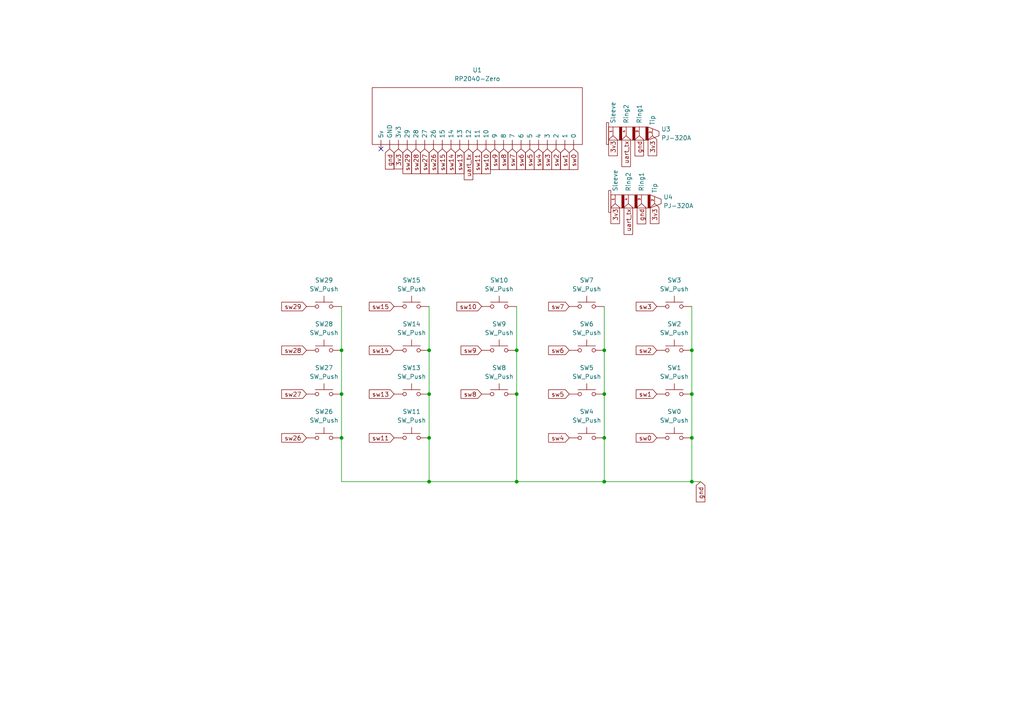
<source format=kicad_sch>
(kicad_sch (version 20231120) (generator "eeschema") (generator_version "8.0")
  (paper "A4")
  (lib_symbols
    (symbol "Andrews-symbols:RP2040-Zero" (pin_numbers hide)
      (property "Reference" "U" (at 0 0 0))
      (property "Value" "RP2040-Zero" (at 0 -2.54 0))
      (symbol "RP2040-Zero_0_1"
        (rectangle (start -7.62 6.35) (end 8.89 -54.61))
      )
      (symbol "RP2040-Zero_1_1"
        (pin bidirectional line (at 10.16 3.81 180) (length 2.54) (name "0") (number "0"))
        (pin bidirectional line (at 10.16 1.27 180) (length 2.54) (name "1") (number "1"))
        (pin bidirectional line (at 10.16 -21.59 180) (length 2.54) (name "10") (number "10"))
        (pin bidirectional line (at 10.16 -24.13 180) (length 2.54) (name "11") (number "11"))
        (pin bidirectional line (at 10.16 -26.67 180) (length 2.54) (name "12") (number "12"))
        (pin bidirectional line (at 10.16 -29.21 180) (length 2.54) (name "13") (number "13"))
        (pin bidirectional line (at 10.16 -31.75 180) (length 2.54) (name "14") (number "14"))
        (pin bidirectional line (at 10.16 -34.29 180) (length 2.54) (name "15") (number "15"))
        (pin bidirectional line (at 10.16 -1.27 180) (length 2.54) (name "2") (number "2"))
        (pin bidirectional line (at 10.16 -36.83 180) (length 2.54) (name "26") (number "26"))
        (pin bidirectional line (at 10.16 -39.37 180) (length 2.54) (name "27") (number "27"))
        (pin bidirectional line (at 10.16 -41.91 180) (length 2.54) (name "28") (number "28"))
        (pin bidirectional line (at 10.16 -44.45 180) (length 2.54) (name "29") (number "29"))
        (pin bidirectional line (at 10.16 -3.81 180) (length 2.54) (name "3") (number "3"))
        (pin bidirectional line (at 10.16 -46.99 180) (length 2.54) (name "3v3") (number "3v3"))
        (pin bidirectional line (at 10.16 -6.35 180) (length 2.54) (name "4") (number "4"))
        (pin bidirectional line (at 10.16 -8.89 180) (length 2.54) (name "5") (number "5"))
        (pin bidirectional line (at 10.16 -52.07 180) (length 2.54) (name "5v") (number "5v"))
        (pin bidirectional line (at 10.16 -11.43 180) (length 2.54) (name "6") (number "6"))
        (pin bidirectional line (at 10.16 -13.97 180) (length 2.54) (name "7") (number "7"))
        (pin bidirectional line (at 10.16 -16.51 180) (length 2.54) (name "8") (number "8"))
        (pin bidirectional line (at 10.16 -19.05 180) (length 2.54) (name "9") (number "9"))
        (pin bidirectional line (at 10.16 -49.53 180) (length 2.54) (name "GND") (number "GND"))
      )
    )
    (symbol "PJ-320A_Library:PJ-320A" (pin_names (offset 1.016))
      (property "Reference" "U" (at 0 -1.905 0))
      (property "Value" "PJ-320A" (at 0 0 0))
      (symbol "PJ-320A_0_1"
        (rectangle (start -3.175 1.27) (end 3.175 1.905))
        (rectangle (start -1.905 1.905) (end 1.905 5.08))
        (rectangle (start -1.905 5.08) (end 1.905 5.715) (fill (type outline)))
        (rectangle (start -1.905 5.715) (end 1.905 8.89))
        (rectangle (start -1.905 8.89) (end 1.905 9.525) (fill (type outline)))
        (rectangle (start -1.905 9.525) (end 1.905 12.7))
        (rectangle (start -1.905 12.7) (end 1.905 13.335) (fill (type outline)))
        (polyline (pts (xy -1.905 13.335) (xy -0.635 16.51) (xy 0.635 16.51) (xy 1.905 13.335) (xy -1.905 13.335)))
      )
      (symbol "PJ-320A_1_1"
        (pin bidirectional line (at 0.635 3.175 180) (length 2.54) (name "Sleeve") (number "1"))
        (pin bidirectional line (at 0.635 14.605 180) (length 2.0066) (name "Tip") (number "2"))
        (pin bidirectional line (at 0.635 10.795 180) (length 2.54) (name "Ring1") (number "3"))
        (pin bidirectional line (at 0.635 6.985 180) (length 2.54) (name "Ring2") (number "4"))
      )
    )
    (symbol "Switch:SW_Push" (pin_numbers hide) (pin_names (offset 1.016) hide)
      (property "Reference" "SW" (at 1.27 2.54 0))
      (property "Value" "SW_Push" (at 0 -1.524 0))
      (symbol "SW_Push_0_1"
        (circle (center -2.032 0) (radius 0.508))
        (polyline (pts (xy 0 1.27) (xy 0 3.048)))
        (polyline (pts (xy 2.54 1.27) (xy -2.54 1.27)))
        (circle (center 2.032 0) (radius 0.508))
        (pin passive line (at -5.08 0 0) (length 2.54) (name "1") (number "1"))
        (pin passive line (at 5.08 0 180) (length 2.54) (name "2") (number "2"))
      )
    )
  )
  (junction (at 124.46 114.3))
  (junction (at 200.66 139.7))
  (junction (at 200.66 101.6))
  (junction (at 99.06 127))
  (junction (at 99.06 101.6))
  (junction (at 175.26 114.3))
  (junction (at 200.66 127))
  (junction (at 149.86 114.3))
  (junction (at 124.46 127))
  (junction (at 124.46 139.7))
  (junction (at 175.26 139.7))
  (junction (at 124.46 101.6))
  (junction (at 200.66 114.3))
  (junction (at 149.86 139.7))
  (junction (at 175.26 127))
  (junction (at 149.86 101.6))
  (junction (at 175.26 101.6))
  (junction (at 99.06 114.3))
  (no_connect (at 110.49 43.18))
  (wire (pts (xy 124.46 127) (xy 124.46 139.7)))
  (wire (pts (xy 200.66 88.9) (xy 200.66 101.6)))
  (wire (pts (xy 99.06 114.3) (xy 99.06 127)))
  (wire (pts (xy 99.06 139.7) (xy 99.06 127)))
  (wire (pts (xy 200.66 101.6) (xy 200.66 114.3)))
  (wire (pts (xy 175.26 88.9) (xy 175.26 101.6)))
  (wire (pts (xy 149.86 101.6) (xy 149.86 114.3)))
  (wire (pts (xy 124.46 139.7) (xy 99.06 139.7)))
  (wire (pts (xy 99.06 88.9) (xy 99.06 101.6)))
  (wire (pts (xy 124.46 114.3) (xy 124.46 127)))
  (wire (pts (xy 99.06 101.6) (xy 99.06 114.3)))
  (wire (pts (xy 149.86 139.7) (xy 124.46 139.7)))
  (wire (pts (xy 149.86 114.3) (xy 149.86 139.7)))
  (wire (pts (xy 175.26 101.6) (xy 175.26 114.3)))
  (wire (pts (xy 175.26 114.3) (xy 175.26 127)))
  (wire (pts (xy 124.46 101.6) (xy 124.46 114.3)))
  (wire (pts (xy 200.66 139.7) (xy 203.2 139.7)))
  (wire (pts (xy 175.26 139.7) (xy 149.86 139.7)))
  (wire (pts (xy 124.46 88.9) (xy 124.46 101.6)))
  (wire (pts (xy 200.66 114.3) (xy 200.66 127)))
  (wire (pts (xy 175.26 127) (xy 175.26 139.7)))
  (wire (pts (xy 149.86 88.9) (xy 149.86 101.6)))
  (wire (pts (xy 200.66 127) (xy 200.66 139.7)))
  (wire (pts (xy 200.66 139.7) (xy 175.26 139.7)))
  (global_label "3v3" (shape input) (at 189.865 59.055 270) (property "Intersheetrefs" "${INTERSHEET_REFS}" (effects (hide yes))))
  (global_label "sw26" (shape input) (at 125.73 43.18 270) (property "Intersheetrefs" "${INTERSHEET_REFS}" (effects (hide yes))))
  (global_label "sw6" (shape input) (at 151.13 43.18 270) (property "Intersheetrefs" "${INTERSHEET_REFS}" (effects (hide yes))))
  (global_label "sw1" (shape input) (at 163.83 43.18 270) (property "Intersheetrefs" "${INTERSHEET_REFS}" (effects (hide yes))))
  (global_label "sw0" (shape input) (at 190.5 127 180) (property "Intersheetrefs" "${INTERSHEET_REFS}" (effects (hide yes))))
  (global_label "gnd" (shape input) (at 113.03 43.18 270) (property "Intersheetrefs" "${INTERSHEET_REFS}" (effects (hide yes))))
  (global_label "sw26" (shape input) (at 88.9 127 180) (property "Intersheetrefs" "${INTERSHEET_REFS}" (effects (hide yes))))
  (global_label "sw28" (shape input) (at 120.65 43.18 270) (property "Intersheetrefs" "${INTERSHEET_REFS}" (effects (hide yes))))
  (global_label "gnd" (shape input) (at 203.2 139.7 270) (property "Intersheetrefs" "${INTERSHEET_REFS}" (effects (hide yes))))
  (global_label "sw27" (shape input) (at 123.19 43.18 270) (property "Intersheetrefs" "${INTERSHEET_REFS}" (effects (hide yes))))
  (global_label "sw3" (shape input) (at 158.75 43.18 270) (property "Intersheetrefs" "${INTERSHEET_REFS}" (effects (hide yes))))
  (global_label "uart_tx" (shape input) (at 135.89 43.18 270) (property "Intersheetrefs" "${INTERSHEET_REFS}" (effects (hide yes))))
  (global_label "sw1" (shape input) (at 190.5 114.3 180) (property "Intersheetrefs" "${INTERSHEET_REFS}" (effects (hide yes))))
  (global_label "sw10" (shape input) (at 140.97 43.18 270) (property "Intersheetrefs" "${INTERSHEET_REFS}" (effects (hide yes))))
  (global_label "sw2" (shape input) (at 161.29 43.18 270) (property "Intersheetrefs" "${INTERSHEET_REFS}" (effects (hide yes))))
  (global_label "sw5" (shape input) (at 165.1 114.3 180) (property "Intersheetrefs" "${INTERSHEET_REFS}" (effects (hide yes))))
  (global_label "gnd" (shape input) (at 186.055 59.055 270) (property "Intersheetrefs" "${INTERSHEET_REFS}" (effects (hide yes))))
  (global_label "sw29" (shape input) (at 118.11 43.18 270) (property "Intersheetrefs" "${INTERSHEET_REFS}" (effects (hide yes))))
  (global_label "3v3" (shape input) (at 115.57 43.18 270) (property "Intersheetrefs" "${INTERSHEET_REFS}" (effects (hide yes))))
  (global_label "sw8" (shape input) (at 139.7 114.3 180) (property "Intersheetrefs" "${INTERSHEET_REFS}" (effects (hide yes))))
  (global_label "gnd" (shape input) (at 185.42 39.37 270) (property "Intersheetrefs" "${INTERSHEET_REFS}" (effects (hide yes))))
  (global_label "sw9" (shape input) (at 143.51 43.18 270) (property "Intersheetrefs" "${INTERSHEET_REFS}" (effects (hide yes))))
  (global_label "sw15" (shape input) (at 114.3 88.9 180) (property "Intersheetrefs" "${INTERSHEET_REFS}" (effects (hide yes))))
  (global_label "sw27" (shape input) (at 88.9 114.3 180) (property "Intersheetrefs" "${INTERSHEET_REFS}" (effects (hide yes))))
  (global_label "sw14" (shape input) (at 114.3 101.6 180) (property "Intersheetrefs" "${INTERSHEET_REFS}" (effects (hide yes))))
  (global_label "sw11" (shape input) (at 138.43 43.18 270) (property "Intersheetrefs" "${INTERSHEET_REFS}" (effects (hide yes))))
  (global_label "sw28" (shape input) (at 88.9 101.6 180) (property "Intersheetrefs" "${INTERSHEET_REFS}" (effects (hide yes))))
  (global_label "sw13" (shape input) (at 133.35 43.18 270) (property "Intersheetrefs" "${INTERSHEET_REFS}" (effects (hide yes))))
  (global_label "sw9" (shape input) (at 139.7 101.6 180) (property "Intersheetrefs" "${INTERSHEET_REFS}" (effects (hide yes))))
  (global_label "sw29" (shape input) (at 88.9 88.9 180) (property "Intersheetrefs" "${INTERSHEET_REFS}" (effects (hide yes))))
  (global_label "sw11" (shape input) (at 114.3 127 180) (property "Intersheetrefs" "${INTERSHEET_REFS}" (effects (hide yes))))
  (global_label "uart_tx" (shape input) (at 181.61 39.37 270) (property "Intersheetrefs" "${INTERSHEET_REFS}" (effects (hide yes))))
  (global_label "sw7" (shape input) (at 148.59 43.18 270) (property "Intersheetrefs" "${INTERSHEET_REFS}" (effects (hide yes))))
  (global_label "sw13" (shape input) (at 114.3 114.3 180) (property "Intersheetrefs" "${INTERSHEET_REFS}" (effects (hide yes))))
  (global_label "sw10" (shape input) (at 139.7 88.9 180) (property "Intersheetrefs" "${INTERSHEET_REFS}" (effects (hide yes))))
  (global_label "sw4" (shape input) (at 165.1 127 180) (property "Intersheetrefs" "${INTERSHEET_REFS}" (effects (hide yes))))
  (global_label "sw8" (shape input) (at 146.05 43.18 270) (property "Intersheetrefs" "${INTERSHEET_REFS}" (effects (hide yes))))
  (global_label "3v3" (shape input) (at 178.435 59.055 270) (property "Intersheetrefs" "${INTERSHEET_REFS}" (effects (hide yes))))
  (global_label "sw6" (shape input) (at 165.1 101.6 180) (property "Intersheetrefs" "${INTERSHEET_REFS}" (effects (hide yes))))
  (global_label "sw0" (shape input) (at 166.37 43.18 270) (property "Intersheetrefs" "${INTERSHEET_REFS}" (effects (hide yes))))
  (global_label "sw5" (shape input) (at 153.67 43.18 270) (property "Intersheetrefs" "${INTERSHEET_REFS}" (effects (hide yes))))
  (global_label "sw2" (shape input) (at 190.5 101.6 180) (property "Intersheetrefs" "${INTERSHEET_REFS}" (effects (hide yes))))
  (global_label "sw4" (shape input) (at 156.21 43.18 270) (property "Intersheetrefs" "${INTERSHEET_REFS}" (effects (hide yes))))
  (global_label "sw3" (shape input) (at 190.5 88.9 180) (property "Intersheetrefs" "${INTERSHEET_REFS}" (effects (hide yes))))
  (global_label "sw7" (shape input) (at 165.1 88.9 180) (property "Intersheetrefs" "${INTERSHEET_REFS}" (effects (hide yes))))
  (global_label "3v3" (shape input) (at 189.23 39.37 270) (property "Intersheetrefs" "${INTERSHEET_REFS}" (effects (hide yes))))
  (global_label "sw14" (shape input) (at 130.81 43.18 270) (property "Intersheetrefs" "${INTERSHEET_REFS}" (effects (hide yes))))
  (global_label "3v3" (shape input) (at 177.8 39.37 270) (property "Intersheetrefs" "${INTERSHEET_REFS}" (effects (hide yes))))
  (global_label "sw15" (shape input) (at 128.27 43.18 270) (property "Intersheetrefs" "${INTERSHEET_REFS}" (effects (hide yes))))
  (global_label "uart_tx" (shape input) (at 182.245 59.055 270) (property "Intersheetrefs" "${INTERSHEET_REFS}" (effects (hide yes))))
  (symbol (lib_id "Switch:SW_Push") (at 93.98 127 0) (unit 1)
    (property "Reference" "SW26" (at 93.98 119.38 0))
    (property "Value" "SW_Push" (at 93.98 121.92 0))
    (property "Footprint" "effortless_switch:effortless_switch" (effects (hide yes)))
    (property "Description" "Push button switch, generic, two pins" (effects (hide yes)))
  )
  (symbol (lib_id "Switch:SW_Push") (at 119.38 101.6 0) (unit 1)
    (property "Reference" "SW14" (at 119.38 93.98 0))
    (property "Value" "SW_Push" (at 119.38 96.52 0))
    (property "Footprint" "effortless_switch:effortless_switch" (effects (hide yes)))
    (property "Description" "Push button switch, generic, two pins" (effects (hide yes)))
  )
  (symbol (lib_id "Switch:SW_Push") (at 170.18 114.3 0) (unit 1)
    (property "Reference" "SW5" (at 170.18 106.68 0))
    (property "Value" "SW_Push" (at 170.18 109.22 0))
    (property "Footprint" "effortless_switch:effortless_switch" (effects (hide yes)))
    (property "Description" "Push button switch, generic, two pins" (effects (hide yes)))
  )
  (symbol (lib_id "Switch:SW_Push") (at 195.58 114.3 0) (unit 1)
    (property "Reference" "SW1" (at 195.58 106.68 0))
    (property "Value" "SW_Push" (at 195.58 109.22 0))
    (property "Footprint" "effortless_switch:effortless_switch" (effects (hide yes)))
    (property "Description" "Push button switch, generic, two pins" (effects (hide yes)))
  )
  (symbol (lib_id "Switch:SW_Push") (at 93.98 101.6 0) (unit 1)
    (property "Reference" "SW28" (at 93.98 93.98 0))
    (property "Value" "SW_Push" (at 93.98 96.52 0))
    (property "Footprint" "effortless_switch:effortless_switch" (effects (hide yes)))
    (property "Description" "Push button switch, generic, two pins" (effects (hide yes)))
  )
  (symbol (lib_id "PJ-320A_Library:PJ-320A") (at 174.625 38.735 270) (unit 1)
    (property "Reference" "U3" (at 191.77 37.4649 90) (effects (justify left)))
    (property "Value" "PJ-320A" (at 191.77 40.0049 90) (effects (justify left)))
    (property "Footprint" "PJ-320A_Library:PJ-320A" (effects (hide yes)))
  )
  (symbol (lib_id "Switch:SW_Push") (at 144.78 101.6 0) (unit 1)
    (property "Reference" "SW9" (at 144.78 93.98 0))
    (property "Value" "SW_Push" (at 144.78 96.52 0))
    (property "Footprint" "effortless_switch:effortless_switch" (effects (hide yes)))
    (property "Description" "Push button switch, generic, two pins" (effects (hide yes)))
  )
  (symbol (lib_id "Switch:SW_Push") (at 170.18 101.6 0) (unit 1)
    (property "Reference" "SW6" (at 170.18 93.98 0))
    (property "Value" "SW_Push" (at 170.18 96.52 0))
    (property "Footprint" "effortless_switch:effortless_switch" (effects (hide yes)))
    (property "Description" "Push button switch, generic, two pins" (effects (hide yes)))
  )
  (symbol (lib_id "Switch:SW_Push") (at 195.58 101.6 0) (unit 1)
    (property "Reference" "SW2" (at 195.58 93.98 0))
    (property "Value" "SW_Push" (at 195.58 96.52 0))
    (property "Footprint" "effortless_switch:effortless_switch" (effects (hide yes)))
    (property "Description" "Push button switch, generic, two pins" (effects (hide yes)))
  )
  (symbol (lib_id "Switch:SW_Push") (at 144.78 88.9 0) (unit 1)
    (property "Reference" "SW10" (at 144.78 81.28 0))
    (property "Value" "SW_Push" (at 144.78 83.82 0))
    (property "Footprint" "effortless_switch:effortless_switch" (effects (hide yes)))
    (property "Description" "Push button switch, generic, two pins" (effects (hide yes)))
  )
  (symbol (lib_id "PJ-320A_Library:PJ-320A") (at 175.26 58.42 270) (unit 1)
    (property "Reference" "U4" (at 192.405 57.1499 90) (effects (justify left)))
    (property "Value" "PJ-320A" (at 192.405 59.6899 90) (effects (justify left)))
    (property "Footprint" "PJ-320A_Library:PJ-320A" (effects (hide yes)))
  )
  (symbol (lib_id "Switch:SW_Push") (at 170.18 127 0) (unit 1)
    (property "Reference" "SW4" (at 170.18 119.38 0))
    (property "Value" "SW_Push" (at 170.18 121.92 0))
    (property "Footprint" "effortless_switch:effortless_switch" (effects (hide yes)))
    (property "Description" "Push button switch, generic, two pins" (effects (hide yes)))
  )
  (symbol (lib_id "Switch:SW_Push") (at 195.58 88.9 0) (unit 1)
    (property "Reference" "SW3" (at 195.58 81.28 0))
    (property "Value" "SW_Push" (at 195.58 83.82 0))
    (property "Footprint" "effortless_switch:effortless_switch" (effects (hide yes)))
    (property "Description" "Push button switch, generic, two pins" (effects (hide yes)))
  )
  (symbol (lib_id "Switch:SW_Push") (at 119.38 114.3 0) (unit 1)
    (property "Reference" "SW13" (at 119.38 106.68 0))
    (property "Value" "SW_Push" (at 119.38 109.22 0))
    (property "Footprint" "effortless_switch:effortless_switch" (effects (hide yes)))
    (property "Description" "Push button switch, generic, two pins" (effects (hide yes)))
  )
  (symbol (lib_id "Switch:SW_Push") (at 195.58 127 0) (unit 1)
    (property "Reference" "SW0" (at 195.58 119.38 0))
    (property "Value" "SW_Push" (at 195.58 121.92 0))
    (property "Footprint" "effortless_switch:effortless_switch" (effects (hide yes)))
    (property "Description" "Push button switch, generic, two pins" (effects (hide yes)))
  )
  (symbol (lib_id "Switch:SW_Push") (at 93.98 88.9 0) (unit 1)
    (property "Reference" "SW29" (at 93.98 81.28 0))
    (property "Value" "SW_Push" (at 93.98 83.82 0))
    (property "Footprint" "effortless_switch:effortless_switch" (effects (hide yes)))
    (property "Description" "Push button switch, generic, two pins" (effects (hide yes)))
  )
  (symbol (lib_id "Switch:SW_Push") (at 119.38 127 0) (unit 1)
    (property "Reference" "SW11" (at 119.38 119.38 0))
    (property "Value" "SW_Push" (at 119.38 121.92 0))
    (property "Footprint" "effortless_switch:effortless_switch" (effects (hide yes)))
    (property "Description" "Push button switch, generic, two pins" (effects (hide yes)))
  )
  (symbol (lib_id "Switch:SW_Push") (at 170.18 88.9 0) (unit 1)
    (property "Reference" "SW7" (at 170.18 81.28 0))
    (property "Value" "SW_Push" (at 170.18 83.82 0))
    (property "Footprint" "effortless_switch:effortless_switch" (effects (hide yes)))
    (property "Description" "Push button switch, generic, two pins" (effects (hide yes)))
  )
  (symbol (lib_id "Andrews-symbols:RP2040-Zero") (at 162.56 33.02 270) (unit 1)
    (property "Reference" "U1" (at 138.43 20.32 90))
    (property "Value" "RP2040-Zero" (at 138.43 22.86 90))
    (property "Footprint" "Andrews-Custom:RP2040-Zero" (effects (hide yes)))
  )
  (symbol (lib_id "Switch:SW_Push") (at 144.78 114.3 0) (unit 1)
    (property "Reference" "SW8" (at 144.78 106.68 0))
    (property "Value" "SW_Push" (at 144.78 109.22 0))
    (property "Footprint" "effortless_switch:effortless_switch" (effects (hide yes)))
    (property "Description" "Push button switch, generic, two pins" (effects (hide yes)))
  )
  (symbol (lib_id "Switch:SW_Push") (at 93.98 114.3 0) (unit 1)
    (property "Reference" "SW27" (at 93.98 106.68 0))
    (property "Value" "SW_Push" (at 93.98 109.22 0))
    (property "Footprint" "effortless_switch:effortless_switch" (effects (hide yes)))
    (property "Description" "Push button switch, generic, two pins" (effects (hide yes)))
  )
  (symbol (lib_id "Switch:SW_Push") (at 119.38 88.9 0) (unit 1)
    (property "Reference" "SW15" (at 119.38 81.28 0))
    (property "Value" "SW_Push" (at 119.38 83.82 0))
    (property "Footprint" "effortless_switch:effortless_switch" (effects (hide yes)))
    (property "Description" "Push button switch, generic, two pins" (effects (hide yes)))
  )
)
</source>
